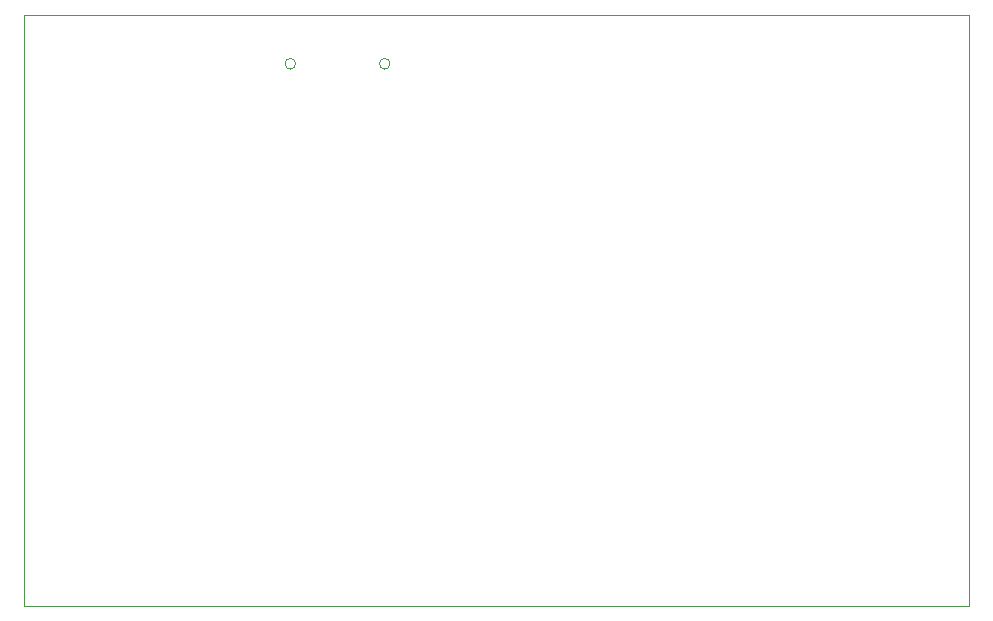
<source format=gbr>
%TF.GenerationSoftware,KiCad,Pcbnew,6.0.2+dfsg-1*%
%TF.CreationDate,2022-05-20T21:22:49+03:00*%
%TF.ProjectId,A13_test_project,4131335f-7465-4737-945f-70726f6a6563,rev?*%
%TF.SameCoordinates,Original*%
%TF.FileFunction,Profile,NP*%
%FSLAX46Y46*%
G04 Gerber Fmt 4.6, Leading zero omitted, Abs format (unit mm)*
G04 Created by KiCad (PCBNEW 6.0.2+dfsg-1) date 2022-05-20 21:22:49*
%MOMM*%
%LPD*%
G01*
G04 APERTURE LIST*
%TA.AperFunction,Profile*%
%ADD10C,0.050000*%
%TD*%
%TA.AperFunction,Profile*%
%ADD11C,0.120000*%
%TD*%
G04 APERTURE END LIST*
D10*
X10500000Y-27000000D02*
X10500000Y-77000000D01*
X90500000Y-27000000D02*
X90500000Y-77000000D01*
X10500000Y-27000000D02*
X90500000Y-27000000D01*
X10500000Y-77000000D02*
X90500000Y-77000000D01*
D11*
%TO.C,J1*%
X33500000Y-31100000D02*
G75*
G03*
X33500000Y-31100000I-450000J0D01*
G01*
X41500000Y-31100000D02*
G75*
G03*
X41500000Y-31100000I-450000J0D01*
G01*
%TD*%
M02*

</source>
